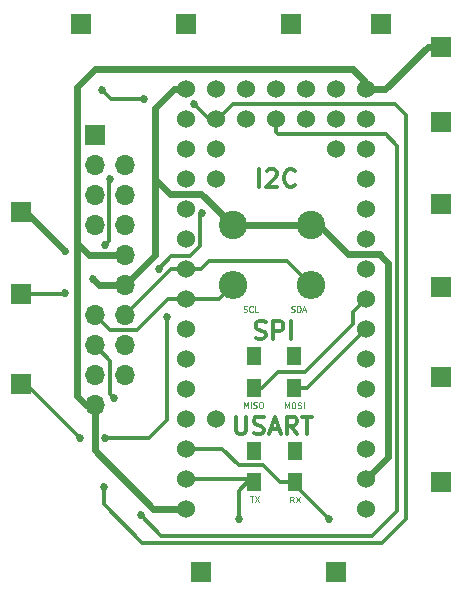
<source format=gbr>
G04 #@! TF.FileFunction,Copper,L1,Top,Signal*
%FSLAX46Y46*%
G04 Gerber Fmt 4.6, Leading zero omitted, Abs format (unit mm)*
G04 Created by KiCad (PCBNEW 4.0.7-e2-6376~58~ubuntu16.04.1) date Mon Dec 18 21:23:22 2017*
%MOMM*%
%LPD*%
G01*
G04 APERTURE LIST*
%ADD10C,0.100000*%
%ADD11C,0.300000*%
%ADD12C,1.524000*%
%ADD13C,2.400000*%
%ADD14O,2.400000X2.400000*%
%ADD15R,1.300000X1.500000*%
%ADD16R,1.700000X1.700000*%
%ADD17O,1.700000X1.700000*%
%ADD18C,0.685800*%
%ADD19C,0.609600*%
%ADD20C,0.304800*%
G04 APERTURE END LIST*
D10*
X163525248Y-130129790D02*
X163810962Y-130129790D01*
X163668105Y-130629790D02*
X163668105Y-130129790D01*
X163930010Y-130129790D02*
X164263343Y-130629790D01*
X164263343Y-130129790D02*
X163930010Y-130629790D01*
X167226467Y-130655190D02*
X167059800Y-130417095D01*
X166940753Y-130655190D02*
X166940753Y-130155190D01*
X167131229Y-130155190D01*
X167178848Y-130179000D01*
X167202657Y-130202810D01*
X167226467Y-130250429D01*
X167226467Y-130321857D01*
X167202657Y-130369476D01*
X167178848Y-130393286D01*
X167131229Y-130417095D01*
X166940753Y-130417095D01*
X167393134Y-130155190D02*
X167726467Y-130655190D01*
X167726467Y-130155190D02*
X167393134Y-130655190D01*
X163018886Y-122654190D02*
X163018886Y-122154190D01*
X163185552Y-122511333D01*
X163352219Y-122154190D01*
X163352219Y-122654190D01*
X163590315Y-122654190D02*
X163590315Y-122154190D01*
X163804600Y-122630381D02*
X163876029Y-122654190D01*
X163995076Y-122654190D01*
X164042695Y-122630381D01*
X164066505Y-122606571D01*
X164090314Y-122558952D01*
X164090314Y-122511333D01*
X164066505Y-122463714D01*
X164042695Y-122439905D01*
X163995076Y-122416095D01*
X163899838Y-122392286D01*
X163852219Y-122368476D01*
X163828410Y-122344667D01*
X163804600Y-122297048D01*
X163804600Y-122249429D01*
X163828410Y-122201810D01*
X163852219Y-122178000D01*
X163899838Y-122154190D01*
X164018886Y-122154190D01*
X164090314Y-122178000D01*
X164399838Y-122154190D02*
X164495076Y-122154190D01*
X164542695Y-122178000D01*
X164590314Y-122225619D01*
X164614123Y-122320857D01*
X164614123Y-122487524D01*
X164590314Y-122582762D01*
X164542695Y-122630381D01*
X164495076Y-122654190D01*
X164399838Y-122654190D01*
X164352219Y-122630381D01*
X164304600Y-122582762D01*
X164280790Y-122487524D01*
X164280790Y-122320857D01*
X164304600Y-122225619D01*
X164352219Y-122178000D01*
X164399838Y-122154190D01*
X166498686Y-122679590D02*
X166498686Y-122179590D01*
X166665352Y-122536733D01*
X166832019Y-122179590D01*
X166832019Y-122679590D01*
X167165353Y-122179590D02*
X167260591Y-122179590D01*
X167308210Y-122203400D01*
X167355829Y-122251019D01*
X167379638Y-122346257D01*
X167379638Y-122512924D01*
X167355829Y-122608162D01*
X167308210Y-122655781D01*
X167260591Y-122679590D01*
X167165353Y-122679590D01*
X167117734Y-122655781D01*
X167070115Y-122608162D01*
X167046305Y-122512924D01*
X167046305Y-122346257D01*
X167070115Y-122251019D01*
X167117734Y-122203400D01*
X167165353Y-122179590D01*
X167570115Y-122655781D02*
X167641544Y-122679590D01*
X167760591Y-122679590D01*
X167808210Y-122655781D01*
X167832020Y-122631971D01*
X167855829Y-122584352D01*
X167855829Y-122536733D01*
X167832020Y-122489114D01*
X167808210Y-122465305D01*
X167760591Y-122441495D01*
X167665353Y-122417686D01*
X167617734Y-122393876D01*
X167593925Y-122370067D01*
X167570115Y-122322448D01*
X167570115Y-122274829D01*
X167593925Y-122227210D01*
X167617734Y-122203400D01*
X167665353Y-122179590D01*
X167784401Y-122179590D01*
X167855829Y-122203400D01*
X168070115Y-122679590D02*
X168070115Y-122179590D01*
X167032858Y-114502381D02*
X167104287Y-114526190D01*
X167223334Y-114526190D01*
X167270953Y-114502381D01*
X167294763Y-114478571D01*
X167318572Y-114430952D01*
X167318572Y-114383333D01*
X167294763Y-114335714D01*
X167270953Y-114311905D01*
X167223334Y-114288095D01*
X167128096Y-114264286D01*
X167080477Y-114240476D01*
X167056668Y-114216667D01*
X167032858Y-114169048D01*
X167032858Y-114121429D01*
X167056668Y-114073810D01*
X167080477Y-114050000D01*
X167128096Y-114026190D01*
X167247144Y-114026190D01*
X167318572Y-114050000D01*
X167532858Y-114526190D02*
X167532858Y-114026190D01*
X167651905Y-114026190D01*
X167723334Y-114050000D01*
X167770953Y-114097619D01*
X167794762Y-114145238D01*
X167818572Y-114240476D01*
X167818572Y-114311905D01*
X167794762Y-114407143D01*
X167770953Y-114454762D01*
X167723334Y-114502381D01*
X167651905Y-114526190D01*
X167532858Y-114526190D01*
X168009048Y-114383333D02*
X168247143Y-114383333D01*
X167961429Y-114526190D02*
X168128096Y-114026190D01*
X168294762Y-114526190D01*
X162980762Y-114502381D02*
X163052191Y-114526190D01*
X163171238Y-114526190D01*
X163218857Y-114502381D01*
X163242667Y-114478571D01*
X163266476Y-114430952D01*
X163266476Y-114383333D01*
X163242667Y-114335714D01*
X163218857Y-114311905D01*
X163171238Y-114288095D01*
X163076000Y-114264286D01*
X163028381Y-114240476D01*
X163004572Y-114216667D01*
X162980762Y-114169048D01*
X162980762Y-114121429D01*
X163004572Y-114073810D01*
X163028381Y-114050000D01*
X163076000Y-114026190D01*
X163195048Y-114026190D01*
X163266476Y-114050000D01*
X163766476Y-114478571D02*
X163742666Y-114502381D01*
X163671238Y-114526190D01*
X163623619Y-114526190D01*
X163552190Y-114502381D01*
X163504571Y-114454762D01*
X163480762Y-114407143D01*
X163456952Y-114311905D01*
X163456952Y-114240476D01*
X163480762Y-114145238D01*
X163504571Y-114097619D01*
X163552190Y-114050000D01*
X163623619Y-114026190D01*
X163671238Y-114026190D01*
X163742666Y-114050000D01*
X163766476Y-114073810D01*
X164218857Y-114526190D02*
X163980762Y-114526190D01*
X163980762Y-114026190D01*
D11*
X164321515Y-103929571D02*
X164321515Y-102429571D01*
X164964372Y-102572429D02*
X165035801Y-102501000D01*
X165178658Y-102429571D01*
X165535801Y-102429571D01*
X165678658Y-102501000D01*
X165750087Y-102572429D01*
X165821515Y-102715286D01*
X165821515Y-102858143D01*
X165750087Y-103072429D01*
X164892944Y-103929571D01*
X165821515Y-103929571D01*
X167321515Y-103786714D02*
X167250086Y-103858143D01*
X167035800Y-103929571D01*
X166892943Y-103929571D01*
X166678658Y-103858143D01*
X166535800Y-103715286D01*
X166464372Y-103572429D01*
X166392943Y-103286714D01*
X166392943Y-103072429D01*
X166464372Y-102786714D01*
X166535800Y-102643857D01*
X166678658Y-102501000D01*
X166892943Y-102429571D01*
X167035800Y-102429571D01*
X167250086Y-102501000D01*
X167321515Y-102572429D01*
X162348458Y-123384571D02*
X162348458Y-124598857D01*
X162419886Y-124741714D01*
X162491315Y-124813143D01*
X162634172Y-124884571D01*
X162919886Y-124884571D01*
X163062744Y-124813143D01*
X163134172Y-124741714D01*
X163205601Y-124598857D01*
X163205601Y-123384571D01*
X163848458Y-124813143D02*
X164062744Y-124884571D01*
X164419887Y-124884571D01*
X164562744Y-124813143D01*
X164634173Y-124741714D01*
X164705601Y-124598857D01*
X164705601Y-124456000D01*
X164634173Y-124313143D01*
X164562744Y-124241714D01*
X164419887Y-124170286D01*
X164134173Y-124098857D01*
X163991315Y-124027429D01*
X163919887Y-123956000D01*
X163848458Y-123813143D01*
X163848458Y-123670286D01*
X163919887Y-123527429D01*
X163991315Y-123456000D01*
X164134173Y-123384571D01*
X164491315Y-123384571D01*
X164705601Y-123456000D01*
X165277029Y-124456000D02*
X165991315Y-124456000D01*
X165134172Y-124884571D02*
X165634172Y-123384571D01*
X166134172Y-124884571D01*
X167491315Y-124884571D02*
X166991315Y-124170286D01*
X166634172Y-124884571D02*
X166634172Y-123384571D01*
X167205600Y-123384571D01*
X167348458Y-123456000D01*
X167419886Y-123527429D01*
X167491315Y-123670286D01*
X167491315Y-123884571D01*
X167419886Y-124027429D01*
X167348458Y-124098857D01*
X167205600Y-124170286D01*
X166634172Y-124170286D01*
X167919886Y-123384571D02*
X168777029Y-123384571D01*
X168348458Y-124884571D02*
X168348458Y-123384571D01*
X163996086Y-116761343D02*
X164210372Y-116832771D01*
X164567515Y-116832771D01*
X164710372Y-116761343D01*
X164781801Y-116689914D01*
X164853229Y-116547057D01*
X164853229Y-116404200D01*
X164781801Y-116261343D01*
X164710372Y-116189914D01*
X164567515Y-116118486D01*
X164281801Y-116047057D01*
X164138943Y-115975629D01*
X164067515Y-115904200D01*
X163996086Y-115761343D01*
X163996086Y-115618486D01*
X164067515Y-115475629D01*
X164138943Y-115404200D01*
X164281801Y-115332771D01*
X164638943Y-115332771D01*
X164853229Y-115404200D01*
X165496086Y-116832771D02*
X165496086Y-115332771D01*
X166067514Y-115332771D01*
X166210372Y-115404200D01*
X166281800Y-115475629D01*
X166353229Y-115618486D01*
X166353229Y-115832771D01*
X166281800Y-115975629D01*
X166210372Y-116047057D01*
X166067514Y-116118486D01*
X165496086Y-116118486D01*
X166996086Y-116832771D02*
X166996086Y-115332771D01*
D12*
X158102684Y-131216400D03*
X158089600Y-128676400D03*
X158089600Y-126136400D03*
X158102684Y-123597358D03*
X158102684Y-121057358D03*
X158102684Y-118517358D03*
X158102684Y-115977358D03*
X158102684Y-113437358D03*
X158102684Y-110897358D03*
X158102684Y-108357358D03*
X158102684Y-105817358D03*
X158102684Y-103277358D03*
X158102684Y-100737358D03*
X158102684Y-98197358D03*
X158102684Y-95657358D03*
X173342684Y-95657358D03*
X173342684Y-98197358D03*
X173342684Y-100737358D03*
X173342684Y-103277358D03*
X173342684Y-105817358D03*
X173342684Y-108357358D03*
X173342684Y-110897358D03*
X173342684Y-113437358D03*
X173342684Y-115977358D03*
X173342684Y-118517358D03*
X173342684Y-121057358D03*
X173342684Y-123597358D03*
X173342684Y-126137358D03*
X173342684Y-128677358D03*
X173342684Y-131217358D03*
X160642684Y-98197358D03*
X160642684Y-95657358D03*
X163182684Y-98197358D03*
X163182684Y-95657358D03*
X165722684Y-98197358D03*
X165722684Y-95657358D03*
X168262684Y-98197358D03*
X168262684Y-95657358D03*
X170802684Y-98197358D03*
X170802684Y-95657358D03*
X160642684Y-123597358D03*
X160642684Y-103277358D03*
X160642684Y-100737358D03*
X170802684Y-100737358D03*
D13*
X162052000Y-107188000D03*
D14*
X162052000Y-112268000D03*
D13*
X168706800Y-107162600D03*
D14*
X168706800Y-112242600D03*
D15*
X167309800Y-128959600D03*
X167309800Y-126259600D03*
X167259000Y-120984000D03*
X167259000Y-118284000D03*
X163830000Y-120984000D03*
X163830000Y-118284000D03*
X163880800Y-128959600D03*
X163880800Y-126259600D03*
D16*
X150368000Y-99568000D03*
D17*
X150368000Y-102108000D03*
X152908000Y-102108000D03*
X150368000Y-104648000D03*
X152908000Y-104648000D03*
X150368000Y-107188000D03*
X152908000Y-107188000D03*
X152908000Y-109728000D03*
X152908000Y-112268000D03*
X150368000Y-114808000D03*
X152908000Y-114808000D03*
X150368000Y-117348000D03*
X152908000Y-117348000D03*
X150368000Y-119888000D03*
X152908000Y-119888000D03*
X150368000Y-122428000D03*
D16*
X179705000Y-105410000D03*
X179705000Y-120015000D03*
X144145000Y-106045000D03*
X149225000Y-90170000D03*
X158115000Y-90170000D03*
X179705000Y-128905000D03*
X179705000Y-92075000D03*
X179705000Y-112395000D03*
X174625000Y-90170000D03*
X167005000Y-90170000D03*
X144145000Y-120650000D03*
X159385000Y-136525000D03*
X144145000Y-113030000D03*
X170815000Y-136525000D03*
X179705000Y-98425000D03*
D18*
X147828000Y-109347000D03*
X150241000Y-111760000D03*
X147828000Y-112903000D03*
X149098000Y-125222000D03*
X151257000Y-125222000D03*
X156464000Y-114935000D03*
X170180000Y-132080000D03*
X162560000Y-132080000D03*
X158750000Y-96901000D03*
X154559000Y-96520000D03*
X151003000Y-95758000D03*
X151155400Y-129311400D03*
X151993600Y-121818400D03*
X155829000Y-110871000D03*
X159486600Y-106172000D03*
X151638000Y-103301800D03*
X151231600Y-108864400D03*
X154305000Y-131749800D03*
D19*
X144145000Y-106045000D02*
X144526000Y-106045000D01*
X144526000Y-106045000D02*
X147828000Y-109347000D01*
X150241000Y-111760000D02*
X150749000Y-112268000D01*
X150749000Y-112268000D02*
X152908000Y-112268000D01*
X174498000Y-109626400D02*
X174498000Y-109677200D01*
X171805600Y-109626400D02*
X174498000Y-109626400D01*
X169341800Y-107162600D02*
X171805600Y-109626400D01*
X175234600Y-126785442D02*
X173342684Y-128677358D01*
X175234600Y-110413800D02*
X175234600Y-126785442D01*
X174498000Y-109677200D02*
X175234600Y-110413800D01*
X168706800Y-107162600D02*
X169341800Y-107162600D01*
X162052000Y-107188000D02*
X168681400Y-107188000D01*
X168681400Y-107188000D02*
X168706800Y-107162600D01*
X155448000Y-103124000D02*
X155448000Y-103276400D01*
X159410400Y-104546400D02*
X162052000Y-107188000D01*
X156718000Y-104546400D02*
X159410400Y-104546400D01*
X155448000Y-103276400D02*
X156718000Y-104546400D01*
X158102684Y-95657358D02*
X157072642Y-95657358D01*
X155448000Y-109728000D02*
X152908000Y-112268000D01*
X155448000Y-97282000D02*
X155448000Y-103124000D01*
X155448000Y-103124000D02*
X155448000Y-109728000D01*
X157072642Y-95657358D02*
X155448000Y-97282000D01*
D20*
X144145000Y-113030000D02*
X147701000Y-113030000D01*
X147701000Y-113030000D02*
X147828000Y-112903000D01*
X158102684Y-113437358D02*
X156564642Y-113437358D01*
X151638000Y-116078000D02*
X150368000Y-114808000D01*
X153924000Y-116078000D02*
X151638000Y-116078000D01*
X156564642Y-113437358D02*
X153924000Y-116078000D01*
X158102684Y-113437358D02*
X160882642Y-113437358D01*
X160882642Y-113437358D02*
X162052000Y-112268000D01*
X144145000Y-120650000D02*
X144526000Y-120650000D01*
X144526000Y-120650000D02*
X149098000Y-125222000D01*
X151257000Y-125222000D02*
X154940000Y-125222000D01*
X154940000Y-125222000D02*
X156464000Y-123698000D01*
X156464000Y-123698000D02*
X156464000Y-114935000D01*
X158102684Y-110897358D02*
X156818642Y-110897358D01*
X156818642Y-110897358D02*
X152908000Y-114808000D01*
X158102684Y-110897358D02*
X159358642Y-110897358D01*
X166700200Y-110236000D02*
X168706800Y-112242600D01*
X160020000Y-110236000D02*
X166700200Y-110236000D01*
X159358642Y-110897358D02*
X160020000Y-110236000D01*
X170180000Y-132080000D02*
X167309800Y-129209800D01*
X167309800Y-129209800D02*
X167309800Y-128959600D01*
X158089600Y-126136400D02*
X161188400Y-126136400D01*
X166043600Y-128959600D02*
X167309800Y-128959600D01*
X164592000Y-127508000D02*
X166043600Y-128959600D01*
X162560000Y-127508000D02*
X164592000Y-127508000D01*
X161188400Y-126136400D02*
X162560000Y-127508000D01*
X167259000Y-120984000D02*
X168322000Y-120984000D01*
X168322000Y-120984000D02*
X173328642Y-115977358D01*
X173328642Y-115977358D02*
X173342684Y-115977358D01*
X163830000Y-120984000D02*
X164512000Y-120984000D01*
X172212000Y-114568042D02*
X173342684Y-113437358D01*
X172212000Y-115570000D02*
X172212000Y-114568042D01*
X168148000Y-119634000D02*
X172212000Y-115570000D01*
X165862000Y-119634000D02*
X168148000Y-119634000D01*
X164512000Y-120984000D02*
X165862000Y-119634000D01*
X162560000Y-132080000D02*
X162560000Y-129667000D01*
X162560000Y-129667000D02*
X163267400Y-128959600D01*
X163267400Y-128959600D02*
X163880800Y-128959600D01*
X158089600Y-128676400D02*
X163597600Y-128676400D01*
X163597600Y-128676400D02*
X163880800Y-128959600D01*
D19*
X179705000Y-92075000D02*
X178562000Y-92075000D01*
X174979642Y-95657358D02*
X173342684Y-95657358D01*
X178562000Y-92075000D02*
X174979642Y-95657358D01*
X148844000Y-108712000D02*
X148844000Y-121666000D01*
X148844000Y-121666000D02*
X149606000Y-122428000D01*
X149606000Y-122428000D02*
X150368000Y-122428000D01*
X173342684Y-95657358D02*
X173342684Y-95110684D01*
X173342684Y-95110684D02*
X172212000Y-93980000D01*
X172212000Y-93980000D02*
X150368000Y-93980000D01*
X150368000Y-93980000D02*
X148844000Y-95504000D01*
X148844000Y-95504000D02*
X148844000Y-108712000D01*
X148844000Y-108712000D02*
X149860000Y-109728000D01*
X149860000Y-109728000D02*
X152908000Y-109728000D01*
X158102684Y-131216400D02*
X155346400Y-131216400D01*
X150368000Y-126238000D02*
X150368000Y-122428000D01*
X155346400Y-131216400D02*
X150368000Y-126238000D01*
D20*
X158750000Y-96901000D02*
X160046358Y-98197358D01*
X151765000Y-96520000D02*
X154559000Y-96520000D01*
X151003000Y-95758000D02*
X151765000Y-96520000D01*
X160046358Y-98197358D02*
X160642684Y-98197358D01*
X160642684Y-98197358D02*
X160831842Y-98197358D01*
X160831842Y-98197358D02*
X162128200Y-96901000D01*
X162128200Y-96901000D02*
X175768000Y-96901000D01*
X175768000Y-96901000D02*
X176707800Y-97840800D01*
X176707800Y-97840800D02*
X176707800Y-132054600D01*
X176707800Y-132054600D02*
X174701200Y-134061200D01*
X174701200Y-134061200D02*
X154406600Y-134061200D01*
X154406600Y-134061200D02*
X151155400Y-130810000D01*
X151155400Y-130810000D02*
X151155400Y-129311400D01*
X151993600Y-121818400D02*
X151663400Y-121488200D01*
X151663400Y-121488200D02*
X151663400Y-118643400D01*
X151663400Y-118643400D02*
X150368000Y-117348000D01*
X156870400Y-109829600D02*
X155829000Y-110871000D01*
X158445200Y-109829600D02*
X156870400Y-109829600D01*
X159308800Y-108966000D02*
X158445200Y-109829600D01*
X159308800Y-106349800D02*
X159308800Y-108966000D01*
X159486600Y-106172000D02*
X159308800Y-106349800D01*
X160642684Y-95657358D02*
X160642684Y-96202116D01*
X151638000Y-103301800D02*
X151612600Y-103327200D01*
X151612600Y-103327200D02*
X151612600Y-108483400D01*
X151612600Y-108483400D02*
X151231600Y-108864400D01*
X165722684Y-98197358D02*
X165722684Y-99276284D01*
X156032200Y-133477000D02*
X154305000Y-131749800D01*
X173888400Y-133477000D02*
X156032200Y-133477000D01*
X175996600Y-131368800D02*
X173888400Y-133477000D01*
X175996600Y-100482400D02*
X175996600Y-131368800D01*
X175006000Y-99491800D02*
X175996600Y-100482400D01*
X165938200Y-99491800D02*
X175006000Y-99491800D01*
X165722684Y-99276284D02*
X165938200Y-99491800D01*
M02*

</source>
